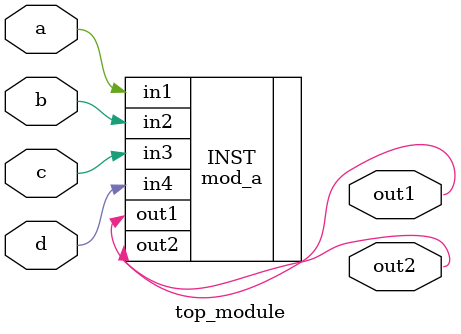
<source format=v>
module top_module ( 
    input a, 
    input b, 
    input c,
    input d,
    output out1,
    output out2
);
    mod_a INST(  .out1(out1),  
                 .out2(out2), 
                 .in1(a), 
                 .in2(b),
                 .in3(c), 
                 .in4(d)
              );

endmodule

</source>
